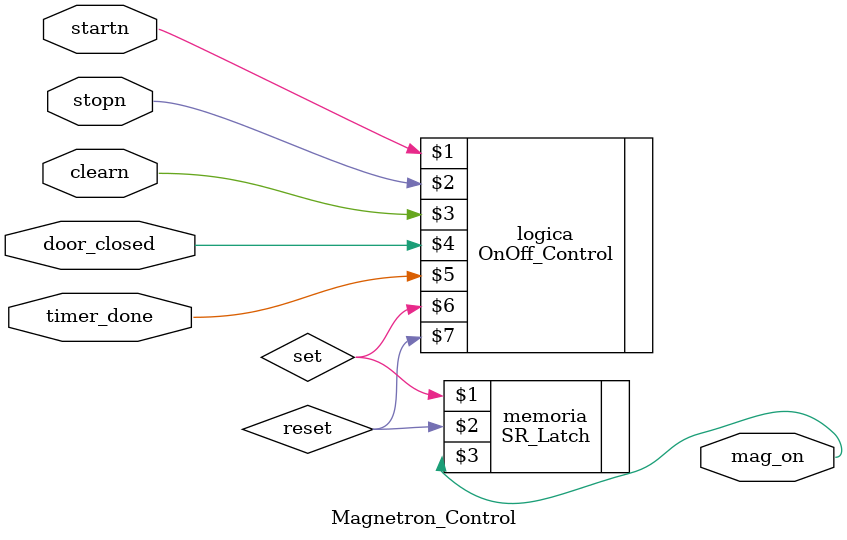
<source format=v>
`include "..\\Nivel_3\\OnOff_Control.v"
`include "..\\Nivel_3\\SR_Latch.v"

module Magnetron_Control (input startn, stopn, clearn, door_closed, timer_done,
                          output mag_on);
    wire set, reset;
    
    OnOff_Control logica (startn, stopn, clearn, door_closed, timer_done, set, reset);
    SR_Latch memoria (set, reset, mag_on);
endmodule
</source>
